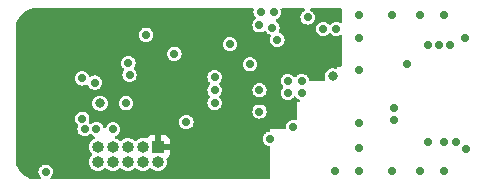
<source format=gbr>
%TF.GenerationSoftware,KiCad,Pcbnew,(6.0.1)*%
%TF.CreationDate,2023-01-10T16:42:07+03:00*%
%TF.ProjectId,STM32RF,53544d33-3252-4462-9e6b-696361645f70,0.1v*%
%TF.SameCoordinates,Original*%
%TF.FileFunction,Copper,L3,Inr*%
%TF.FilePolarity,Positive*%
%FSLAX46Y46*%
G04 Gerber Fmt 4.6, Leading zero omitted, Abs format (unit mm)*
G04 Created by KiCad (PCBNEW (6.0.1)) date 2023-01-10 16:42:07*
%MOMM*%
%LPD*%
G01*
G04 APERTURE LIST*
%TA.AperFunction,ComponentPad*%
%ADD10R,1.000000X1.000000*%
%TD*%
%TA.AperFunction,ComponentPad*%
%ADD11O,1.000000X1.000000*%
%TD*%
%TA.AperFunction,ViaPad*%
%ADD12C,0.800000*%
%TD*%
%TA.AperFunction,ViaPad*%
%ADD13C,0.700000*%
%TD*%
G04 APERTURE END LIST*
D10*
%TO.N,+3V3*%
%TO.C,J3*%
X43200000Y-34200000D03*
D11*
%TO.N,SWDIO*%
X43200000Y-35470000D03*
%TO.N,GND*%
X41930000Y-34200000D03*
%TO.N,SWCLK*%
X41930000Y-35470000D03*
%TO.N,GND*%
X40660000Y-34200000D03*
%TO.N,unconnected-(J3-Pad6)*%
X40660000Y-35470000D03*
%TO.N,unconnected-(J3-Pad7)*%
X39390000Y-34200000D03*
%TO.N,unconnected-(J3-Pad8)*%
X39390000Y-35470000D03*
%TO.N,GND*%
X38120000Y-34200000D03*
%TO.N,NRST*%
X38120000Y-35470000D03*
%TD*%
D12*
%TO.N,+5V*%
X38300000Y-30500000D03*
D13*
%TO.N,+3V3*%
X47500000Y-33100000D03*
%TO.N,GND*%
X69300000Y-34400000D03*
X67387736Y-36199999D03*
X65400000Y-36200000D03*
X63000000Y-36200000D03*
X60200000Y-36200000D03*
X60200000Y-34300000D03*
X60200000Y-32200000D03*
X69200000Y-25000000D03*
X67400000Y-23000000D03*
X65400000Y-23000000D03*
X63000000Y-23000000D03*
X60200000Y-23000000D03*
X60200000Y-25000000D03*
D12*
X58000000Y-28200000D03*
D13*
X52700000Y-33500000D03*
X33700000Y-36300000D03*
X37850000Y-28750000D03*
X51000000Y-27200000D03*
X48000000Y-29400000D03*
X48000000Y-28300000D03*
X55400000Y-29600000D03*
X58200000Y-36200000D03*
X66100000Y-33800000D03*
X38000000Y-32700000D03*
X53320000Y-25120000D03*
X55400000Y-28600000D03*
X64300000Y-27200000D03*
X45612500Y-32087500D03*
X44600000Y-26300000D03*
X60200000Y-27700000D03*
X68400000Y-33800000D03*
X54200000Y-28600000D03*
X37000000Y-32700000D03*
X63200000Y-31900000D03*
X55875000Y-23225000D03*
X40500000Y-30500000D03*
X58300000Y-24200000D03*
X40700000Y-27100000D03*
X66100000Y-25600000D03*
X53000000Y-22800000D03*
X51800000Y-23900000D03*
X57200000Y-24200000D03*
X54200000Y-29600000D03*
X51900000Y-22800000D03*
X48000000Y-30500000D03*
X63200000Y-30900000D03*
X42200000Y-24700000D03*
X67900000Y-25600000D03*
X39400000Y-32700000D03*
X67000000Y-25600000D03*
X36800000Y-31800000D03*
X54660000Y-32500000D03*
X67400000Y-33800000D03*
X40800000Y-28100000D03*
X52900000Y-24100000D03*
%TO.N,+3V3*%
X47300000Y-25900000D03*
X54325000Y-23125000D03*
X44000000Y-28500000D03*
X52000000Y-32500000D03*
X58400000Y-26900000D03*
X51400000Y-26400000D03*
X43000000Y-28500000D03*
%TO.N,NRST*%
X49300000Y-25500000D03*
%TO.N,+5V*%
X36800000Y-28400000D03*
%TO.N,SPI3_SCK*%
X51800000Y-29400000D03*
X51800000Y-31200000D03*
%TD*%
%TA.AperFunction,Conductor*%
%TO.N,+3V3*%
G36*
X51268561Y-22474002D02*
G01*
X51315054Y-22527658D01*
X51325158Y-22597932D01*
X51316850Y-22628215D01*
X51314219Y-22634566D01*
X51314218Y-22634570D01*
X51311060Y-22642194D01*
X51290284Y-22800000D01*
X51311060Y-22957806D01*
X51314218Y-22965430D01*
X51314219Y-22965434D01*
X51354973Y-23063824D01*
X51371970Y-23104858D01*
X51376997Y-23111409D01*
X51376998Y-23111411D01*
X51468866Y-23231134D01*
X51466371Y-23233049D01*
X51493258Y-23282288D01*
X51488193Y-23353103D01*
X51446841Y-23409033D01*
X51368866Y-23468866D01*
X51363840Y-23475416D01*
X51289751Y-23571970D01*
X51271970Y-23595142D01*
X51268810Y-23602772D01*
X51268809Y-23602773D01*
X51214219Y-23734566D01*
X51214218Y-23734570D01*
X51211060Y-23742194D01*
X51190284Y-23900000D01*
X51211060Y-24057806D01*
X51214218Y-24065430D01*
X51214219Y-24065434D01*
X51259776Y-24175419D01*
X51271970Y-24204858D01*
X51276997Y-24211409D01*
X51276998Y-24211411D01*
X51326112Y-24275416D01*
X51368866Y-24331134D01*
X51375416Y-24336160D01*
X51462227Y-24402773D01*
X51495142Y-24428030D01*
X51502772Y-24431190D01*
X51502773Y-24431191D01*
X51634566Y-24485781D01*
X51634570Y-24485782D01*
X51642194Y-24488940D01*
X51800000Y-24509716D01*
X51957806Y-24488940D01*
X51965430Y-24485782D01*
X51965434Y-24485781D01*
X52097227Y-24431191D01*
X52097228Y-24431190D01*
X52104858Y-24428030D01*
X52186115Y-24365679D01*
X52252333Y-24340079D01*
X52321881Y-24354343D01*
X52370464Y-24401223D01*
X52371970Y-24404858D01*
X52468866Y-24531134D01*
X52475416Y-24536160D01*
X52554701Y-24596998D01*
X52595142Y-24628030D01*
X52602772Y-24631190D01*
X52602773Y-24631191D01*
X52712890Y-24676802D01*
X52768172Y-24721350D01*
X52790593Y-24788713D01*
X52781082Y-24841428D01*
X52734219Y-24954566D01*
X52734218Y-24954570D01*
X52731060Y-24962194D01*
X52710284Y-25120000D01*
X52731060Y-25277806D01*
X52734218Y-25285430D01*
X52734219Y-25285434D01*
X52788809Y-25417227D01*
X52791970Y-25424858D01*
X52888866Y-25551134D01*
X53015142Y-25648030D01*
X53022772Y-25651190D01*
X53022773Y-25651191D01*
X53154566Y-25705781D01*
X53154570Y-25705782D01*
X53162194Y-25708940D01*
X53320000Y-25729716D01*
X53477806Y-25708940D01*
X53485430Y-25705782D01*
X53485434Y-25705781D01*
X53617227Y-25651191D01*
X53617228Y-25651190D01*
X53624858Y-25648030D01*
X53751134Y-25551134D01*
X53848030Y-25424858D01*
X53851191Y-25417227D01*
X53905781Y-25285434D01*
X53905782Y-25285430D01*
X53908940Y-25277806D01*
X53929716Y-25120000D01*
X53908940Y-24962194D01*
X53905782Y-24954570D01*
X53905781Y-24954566D01*
X53851191Y-24822773D01*
X53851190Y-24822772D01*
X53848030Y-24815142D01*
X53827925Y-24788940D01*
X53764644Y-24706472D01*
X53751134Y-24688866D01*
X53682447Y-24636160D01*
X53631411Y-24596998D01*
X53631409Y-24596997D01*
X53624858Y-24591970D01*
X53507110Y-24543198D01*
X53451828Y-24498650D01*
X53429407Y-24431287D01*
X53438918Y-24378572D01*
X53485781Y-24265434D01*
X53485782Y-24265430D01*
X53488940Y-24257806D01*
X53509716Y-24100000D01*
X53488940Y-23942194D01*
X53485782Y-23934570D01*
X53485781Y-23934566D01*
X53431191Y-23802773D01*
X53431190Y-23802772D01*
X53428030Y-23795142D01*
X53367992Y-23716899D01*
X53336160Y-23675416D01*
X53331134Y-23668866D01*
X53206595Y-23573303D01*
X53164728Y-23515965D01*
X53160506Y-23445094D01*
X53195270Y-23383191D01*
X53235081Y-23356932D01*
X53297229Y-23331190D01*
X53304858Y-23328030D01*
X53431134Y-23231134D01*
X53485404Y-23160409D01*
X53523002Y-23111411D01*
X53523003Y-23111409D01*
X53528030Y-23104858D01*
X53545027Y-23063824D01*
X53585781Y-22965434D01*
X53585782Y-22965430D01*
X53588940Y-22957806D01*
X53609716Y-22800000D01*
X53588940Y-22642194D01*
X53585782Y-22634570D01*
X53585781Y-22634566D01*
X53583150Y-22628215D01*
X53575563Y-22557625D01*
X53607344Y-22494139D01*
X53668403Y-22457913D01*
X53699560Y-22454000D01*
X55523279Y-22454000D01*
X55591400Y-22474002D01*
X55637893Y-22527658D01*
X55647997Y-22597932D01*
X55618503Y-22662512D01*
X55583722Y-22687596D01*
X55584925Y-22689680D01*
X55577772Y-22693809D01*
X55570142Y-22696970D01*
X55563591Y-22701997D01*
X55563589Y-22701998D01*
X55463304Y-22778950D01*
X55443866Y-22793866D01*
X55438840Y-22800416D01*
X55377419Y-22880461D01*
X55346970Y-22920142D01*
X55343810Y-22927772D01*
X55343809Y-22927773D01*
X55289219Y-23059566D01*
X55289218Y-23059570D01*
X55286060Y-23067194D01*
X55265284Y-23225000D01*
X55286060Y-23382806D01*
X55289218Y-23390430D01*
X55289219Y-23390434D01*
X55330578Y-23490284D01*
X55346970Y-23529858D01*
X55351997Y-23536409D01*
X55351998Y-23536411D01*
X55402920Y-23602773D01*
X55443866Y-23656134D01*
X55463304Y-23671050D01*
X55523056Y-23716899D01*
X55570142Y-23753030D01*
X55577772Y-23756190D01*
X55577773Y-23756191D01*
X55709566Y-23810781D01*
X55709570Y-23810782D01*
X55717194Y-23813940D01*
X55875000Y-23834716D01*
X56032806Y-23813940D01*
X56040430Y-23810782D01*
X56040434Y-23810781D01*
X56172227Y-23756191D01*
X56172228Y-23756190D01*
X56179858Y-23753030D01*
X56226945Y-23716899D01*
X56286696Y-23671050D01*
X56306134Y-23656134D01*
X56347080Y-23602773D01*
X56398002Y-23536411D01*
X56398003Y-23536409D01*
X56403030Y-23529858D01*
X56419422Y-23490284D01*
X56460781Y-23390434D01*
X56460782Y-23390430D01*
X56463940Y-23382806D01*
X56484716Y-23225000D01*
X56463940Y-23067194D01*
X56460782Y-23059570D01*
X56460781Y-23059566D01*
X56406191Y-22927773D01*
X56406190Y-22927772D01*
X56403030Y-22920142D01*
X56372582Y-22880461D01*
X56311160Y-22800416D01*
X56306134Y-22793866D01*
X56286696Y-22778950D01*
X56186411Y-22701998D01*
X56186409Y-22701997D01*
X56179858Y-22696970D01*
X56172228Y-22693809D01*
X56165075Y-22689680D01*
X56166686Y-22686889D01*
X56123215Y-22651851D01*
X56100801Y-22584485D01*
X56118365Y-22515695D01*
X56170332Y-22467322D01*
X56226721Y-22454000D01*
X58674000Y-22454000D01*
X58742121Y-22474002D01*
X58788614Y-22527658D01*
X58800000Y-22580000D01*
X58800000Y-23567642D01*
X58779998Y-23635763D01*
X58726342Y-23682256D01*
X58656068Y-23692360D01*
X58611185Y-23676825D01*
X58604858Y-23671970D01*
X58597227Y-23668809D01*
X58465434Y-23614219D01*
X58465430Y-23614218D01*
X58457806Y-23611060D01*
X58300000Y-23590284D01*
X58142194Y-23611060D01*
X58134570Y-23614218D01*
X58134566Y-23614219D01*
X58002773Y-23668809D01*
X57995142Y-23671970D01*
X57988591Y-23676997D01*
X57988589Y-23676998D01*
X57959069Y-23699650D01*
X57868866Y-23768866D01*
X57863840Y-23775416D01*
X57849962Y-23793502D01*
X57792624Y-23835369D01*
X57721753Y-23839591D01*
X57659850Y-23804827D01*
X57650038Y-23793502D01*
X57636160Y-23775416D01*
X57631134Y-23768866D01*
X57540931Y-23699650D01*
X57511411Y-23676998D01*
X57511409Y-23676997D01*
X57504858Y-23671970D01*
X57497227Y-23668809D01*
X57365434Y-23614219D01*
X57365430Y-23614218D01*
X57357806Y-23611060D01*
X57200000Y-23590284D01*
X57042194Y-23611060D01*
X57034570Y-23614218D01*
X57034566Y-23614219D01*
X56902773Y-23668809D01*
X56895142Y-23671970D01*
X56888591Y-23676997D01*
X56888589Y-23676998D01*
X56859069Y-23699650D01*
X56768866Y-23768866D01*
X56763840Y-23775416D01*
X56748704Y-23795142D01*
X56671970Y-23895142D01*
X56668810Y-23902772D01*
X56668809Y-23902773D01*
X56614219Y-24034566D01*
X56614218Y-24034570D01*
X56611060Y-24042194D01*
X56590284Y-24200000D01*
X56611060Y-24357806D01*
X56614218Y-24365430D01*
X56614219Y-24365434D01*
X56665823Y-24490017D01*
X56671970Y-24504858D01*
X56676997Y-24511409D01*
X56676998Y-24511411D01*
X56738814Y-24591970D01*
X56768866Y-24631134D01*
X56775416Y-24636160D01*
X56886437Y-24721350D01*
X56895142Y-24728030D01*
X56902772Y-24731190D01*
X56902773Y-24731191D01*
X57034566Y-24785781D01*
X57034570Y-24785782D01*
X57042194Y-24788940D01*
X57200000Y-24809716D01*
X57357806Y-24788940D01*
X57365430Y-24785782D01*
X57365434Y-24785781D01*
X57497227Y-24731191D01*
X57497228Y-24731190D01*
X57504858Y-24728030D01*
X57513564Y-24721350D01*
X57624584Y-24636160D01*
X57631134Y-24631134D01*
X57650038Y-24606498D01*
X57707376Y-24564631D01*
X57778247Y-24560409D01*
X57840150Y-24595173D01*
X57849961Y-24606497D01*
X57868866Y-24631134D01*
X57875416Y-24636160D01*
X57986437Y-24721350D01*
X57995142Y-24728030D01*
X58002772Y-24731190D01*
X58002773Y-24731191D01*
X58134566Y-24785781D01*
X58134570Y-24785782D01*
X58142194Y-24788940D01*
X58300000Y-24809716D01*
X58457806Y-24788940D01*
X58465430Y-24785782D01*
X58465434Y-24785781D01*
X58597227Y-24731191D01*
X58597228Y-24731190D01*
X58604858Y-24728030D01*
X58611149Y-24723203D01*
X58679996Y-24706501D01*
X58747087Y-24729722D01*
X58790974Y-24785529D01*
X58800000Y-24832358D01*
X58800000Y-27274000D01*
X58779998Y-27342121D01*
X58726342Y-27388614D01*
X58674000Y-27400000D01*
X58400000Y-27400000D01*
X58400000Y-27464979D01*
X58379998Y-27533100D01*
X58326342Y-27579593D01*
X58256068Y-27589697D01*
X58236495Y-27584601D01*
X58236274Y-27584484D01*
X58229794Y-27582856D01*
X58229762Y-27582848D01*
X58090002Y-27547743D01*
X58082633Y-27545892D01*
X58075034Y-27545852D01*
X58075033Y-27545852D01*
X58009181Y-27545507D01*
X57924221Y-27545062D01*
X57916841Y-27546834D01*
X57916839Y-27546834D01*
X57777563Y-27580271D01*
X57777560Y-27580272D01*
X57770184Y-27582043D01*
X57629414Y-27654700D01*
X57510039Y-27758838D01*
X57418950Y-27888444D01*
X57361406Y-28036037D01*
X57360414Y-28043570D01*
X57360414Y-28043571D01*
X57343057Y-28175416D01*
X57340729Y-28193096D01*
X57346970Y-28249622D01*
X57355338Y-28325416D01*
X57358113Y-28350553D01*
X57360723Y-28357684D01*
X57360723Y-28357686D01*
X57387442Y-28430699D01*
X57392068Y-28501545D01*
X57357658Y-28563645D01*
X57295136Y-28597284D01*
X57269116Y-28600000D01*
X56120215Y-28600000D01*
X56052094Y-28579998D01*
X56005601Y-28526342D01*
X55995293Y-28490447D01*
X55990018Y-28450379D01*
X55990017Y-28450376D01*
X55988940Y-28442194D01*
X55985782Y-28434570D01*
X55985781Y-28434566D01*
X55931191Y-28302773D01*
X55931190Y-28302772D01*
X55928030Y-28295142D01*
X55900039Y-28258663D01*
X55836160Y-28175416D01*
X55831134Y-28168866D01*
X55796375Y-28142194D01*
X55711411Y-28076998D01*
X55711409Y-28076997D01*
X55704858Y-28071970D01*
X55697227Y-28068809D01*
X55565434Y-28014219D01*
X55565430Y-28014218D01*
X55557806Y-28011060D01*
X55400000Y-27990284D01*
X55242194Y-28011060D01*
X55234570Y-28014218D01*
X55234566Y-28014219D01*
X55102773Y-28068809D01*
X55095142Y-28071970D01*
X55088591Y-28076997D01*
X55088589Y-28076998D01*
X55003625Y-28142194D01*
X54968866Y-28168866D01*
X54899962Y-28258663D01*
X54842624Y-28300530D01*
X54771753Y-28304751D01*
X54709850Y-28269986D01*
X54700038Y-28258663D01*
X54631134Y-28168866D01*
X54596375Y-28142194D01*
X54511411Y-28076998D01*
X54511409Y-28076997D01*
X54504858Y-28071970D01*
X54497227Y-28068809D01*
X54365434Y-28014219D01*
X54365430Y-28014218D01*
X54357806Y-28011060D01*
X54200000Y-27990284D01*
X54042194Y-28011060D01*
X54034570Y-28014218D01*
X54034566Y-28014219D01*
X53902773Y-28068809D01*
X53895142Y-28071970D01*
X53888591Y-28076997D01*
X53888589Y-28076998D01*
X53803625Y-28142194D01*
X53768866Y-28168866D01*
X53763840Y-28175416D01*
X53699962Y-28258663D01*
X53671970Y-28295142D01*
X53668810Y-28302772D01*
X53668809Y-28302773D01*
X53614219Y-28434566D01*
X53614218Y-28434570D01*
X53611060Y-28442194D01*
X53590284Y-28600000D01*
X53611060Y-28757806D01*
X53614218Y-28765430D01*
X53614219Y-28765434D01*
X53667990Y-28895249D01*
X53671970Y-28904858D01*
X53762853Y-29023298D01*
X53788453Y-29089515D01*
X53774189Y-29159064D01*
X53762858Y-29176696D01*
X53671970Y-29295142D01*
X53668810Y-29302772D01*
X53668809Y-29302773D01*
X53614219Y-29434566D01*
X53614218Y-29434570D01*
X53611060Y-29442194D01*
X53590284Y-29600000D01*
X53611060Y-29757806D01*
X53614218Y-29765430D01*
X53614219Y-29765434D01*
X53665003Y-29888039D01*
X53671970Y-29904858D01*
X53676997Y-29911409D01*
X53676998Y-29911411D01*
X53728284Y-29978247D01*
X53768866Y-30031134D01*
X53775416Y-30036160D01*
X53798465Y-30053846D01*
X53895142Y-30128030D01*
X53902772Y-30131190D01*
X53902773Y-30131191D01*
X54034566Y-30185781D01*
X54034570Y-30185782D01*
X54042194Y-30188940D01*
X54200000Y-30209716D01*
X54357806Y-30188940D01*
X54365430Y-30185782D01*
X54365434Y-30185781D01*
X54497227Y-30131191D01*
X54497228Y-30131190D01*
X54504858Y-30128030D01*
X54601536Y-30053846D01*
X54624584Y-30036160D01*
X54631134Y-30031134D01*
X54700039Y-29941336D01*
X54757376Y-29899470D01*
X54828247Y-29895249D01*
X54890150Y-29930014D01*
X54899959Y-29941333D01*
X54968866Y-30031134D01*
X54975416Y-30036160D01*
X54998465Y-30053846D01*
X55095142Y-30128030D01*
X55102772Y-30131190D01*
X55102773Y-30131191D01*
X55166510Y-30157591D01*
X55221792Y-30202139D01*
X55244213Y-30269502D01*
X55226655Y-30338293D01*
X55174694Y-30386672D01*
X55118293Y-30400000D01*
X55000000Y-30400000D01*
X55000000Y-31797955D01*
X54979998Y-31866076D01*
X54926342Y-31912569D01*
X54856068Y-31922673D01*
X54825787Y-31914366D01*
X54817806Y-31911060D01*
X54660000Y-31890284D01*
X54502194Y-31911060D01*
X54494570Y-31914218D01*
X54494566Y-31914219D01*
X54362773Y-31968809D01*
X54355142Y-31971970D01*
X54228866Y-32068866D01*
X54223840Y-32075416D01*
X54145893Y-32176998D01*
X54131970Y-32195142D01*
X54128810Y-32202772D01*
X54128809Y-32202773D01*
X54074219Y-32334566D01*
X54074218Y-32334570D01*
X54071060Y-32342194D01*
X54050284Y-32500000D01*
X54051362Y-32508188D01*
X54051362Y-32508189D01*
X54057861Y-32557554D01*
X54046922Y-32627702D01*
X53999794Y-32680801D01*
X53932939Y-32700000D01*
X52700000Y-32700000D01*
X52700000Y-32779785D01*
X52679998Y-32847906D01*
X52626342Y-32894399D01*
X52590447Y-32904707D01*
X52550379Y-32909982D01*
X52550376Y-32909983D01*
X52542194Y-32911060D01*
X52534570Y-32914218D01*
X52534566Y-32914219D01*
X52402773Y-32968809D01*
X52395142Y-32971970D01*
X52388591Y-32976997D01*
X52388589Y-32976998D01*
X52362224Y-32997229D01*
X52268866Y-33068866D01*
X52263840Y-33075416D01*
X52221086Y-33131134D01*
X52171970Y-33195142D01*
X52168810Y-33202772D01*
X52168809Y-33202773D01*
X52114219Y-33334566D01*
X52114218Y-33334570D01*
X52111060Y-33342194D01*
X52090284Y-33500000D01*
X52111060Y-33657806D01*
X52114218Y-33665430D01*
X52114219Y-33665434D01*
X52166803Y-33792383D01*
X52171970Y-33804858D01*
X52176997Y-33811409D01*
X52176998Y-33811411D01*
X52223436Y-33871929D01*
X52268866Y-33931134D01*
X52275416Y-33936160D01*
X52386584Y-34021463D01*
X52395142Y-34028030D01*
X52402772Y-34031190D01*
X52402773Y-34031191D01*
X52534566Y-34085781D01*
X52534570Y-34085782D01*
X52542194Y-34088940D01*
X52550376Y-34090017D01*
X52550379Y-34090018D01*
X52590447Y-34095293D01*
X52655374Y-34124016D01*
X52694465Y-34183281D01*
X52700000Y-34220215D01*
X52700000Y-36820000D01*
X52679998Y-36888121D01*
X52626342Y-36934614D01*
X52574000Y-36946000D01*
X34218934Y-36946000D01*
X34150813Y-36925998D01*
X34104320Y-36872342D01*
X34094216Y-36802068D01*
X34123710Y-36737488D01*
X34125853Y-36735186D01*
X34131134Y-36731134D01*
X34178943Y-36668829D01*
X34223002Y-36611411D01*
X34223003Y-36611409D01*
X34228030Y-36604858D01*
X34263370Y-36519539D01*
X34285781Y-36465434D01*
X34285782Y-36465430D01*
X34288940Y-36457806D01*
X34309716Y-36300000D01*
X34288940Y-36142194D01*
X34285782Y-36134570D01*
X34285781Y-36134566D01*
X34231191Y-36002773D01*
X34231190Y-36002772D01*
X34228030Y-35995142D01*
X34184439Y-35938333D01*
X34136160Y-35875416D01*
X34131134Y-35868866D01*
X34026373Y-35788479D01*
X34011411Y-35776998D01*
X34011409Y-35776997D01*
X34004858Y-35771970D01*
X33997227Y-35768809D01*
X33865434Y-35714219D01*
X33865430Y-35714218D01*
X33857806Y-35711060D01*
X33700000Y-35690284D01*
X33542194Y-35711060D01*
X33534570Y-35714218D01*
X33534566Y-35714219D01*
X33402773Y-35768809D01*
X33395142Y-35771970D01*
X33388591Y-35776997D01*
X33388589Y-35776998D01*
X33373627Y-35788479D01*
X33268866Y-35868866D01*
X33263840Y-35875416D01*
X33215562Y-35938333D01*
X33171970Y-35995142D01*
X33168810Y-36002772D01*
X33168809Y-36002773D01*
X33114219Y-36134566D01*
X33114218Y-36134570D01*
X33111060Y-36142194D01*
X33090284Y-36300000D01*
X33111060Y-36457806D01*
X33114218Y-36465430D01*
X33114219Y-36465434D01*
X33136630Y-36519539D01*
X33171970Y-36604858D01*
X33176997Y-36611409D01*
X33176998Y-36611411D01*
X33221057Y-36668829D01*
X33268866Y-36731134D01*
X33271310Y-36733010D01*
X33304187Y-36793217D01*
X33299122Y-36864032D01*
X33256575Y-36920868D01*
X33190055Y-36945679D01*
X33181066Y-36946000D01*
X32937425Y-36946000D01*
X32912847Y-36943579D01*
X32900000Y-36941024D01*
X32887829Y-36943445D01*
X32875419Y-36943445D01*
X32875419Y-36942802D01*
X32864674Y-36943473D01*
X32660509Y-36928871D01*
X32642715Y-36926313D01*
X32416899Y-36877190D01*
X32399650Y-36872125D01*
X32316852Y-36841243D01*
X32183123Y-36791365D01*
X32166774Y-36783898D01*
X31963951Y-36673148D01*
X31948827Y-36663429D01*
X31879340Y-36611411D01*
X31763824Y-36524937D01*
X31750238Y-36513164D01*
X31586836Y-36349762D01*
X31575063Y-36336176D01*
X31478153Y-36206720D01*
X31436569Y-36151170D01*
X31426852Y-36136049D01*
X31316102Y-35933226D01*
X31308633Y-35916873D01*
X31227875Y-35700350D01*
X31222810Y-35683101D01*
X31173687Y-35457285D01*
X31171129Y-35439491D01*
X31156527Y-35235326D01*
X31157198Y-35224581D01*
X31156555Y-35224581D01*
X31156555Y-35212171D01*
X31158976Y-35200000D01*
X31156421Y-35187153D01*
X31154000Y-35162575D01*
X31154000Y-31800000D01*
X36190284Y-31800000D01*
X36211060Y-31957806D01*
X36214218Y-31965430D01*
X36214219Y-31965434D01*
X36261654Y-32079953D01*
X36271970Y-32104858D01*
X36276997Y-32111409D01*
X36276998Y-32111411D01*
X36336220Y-32188589D01*
X36368866Y-32231134D01*
X36375416Y-32236160D01*
X36421950Y-32271867D01*
X36463817Y-32329205D01*
X36468039Y-32400076D01*
X36461658Y-32420038D01*
X36411060Y-32542194D01*
X36390284Y-32700000D01*
X36411060Y-32857806D01*
X36414218Y-32865430D01*
X36414219Y-32865434D01*
X36460430Y-32976998D01*
X36471970Y-33004858D01*
X36476997Y-33011409D01*
X36476998Y-33011411D01*
X36526112Y-33075416D01*
X36568866Y-33131134D01*
X36575416Y-33136160D01*
X36662227Y-33202773D01*
X36695142Y-33228030D01*
X36702772Y-33231190D01*
X36702773Y-33231191D01*
X36834566Y-33285781D01*
X36834570Y-33285782D01*
X36842194Y-33288940D01*
X37000000Y-33309716D01*
X37157806Y-33288940D01*
X37165430Y-33285782D01*
X37165434Y-33285781D01*
X37297227Y-33231191D01*
X37297228Y-33231190D01*
X37304858Y-33228030D01*
X37423298Y-33137147D01*
X37489515Y-33111547D01*
X37559064Y-33125811D01*
X37576696Y-33137142D01*
X37695142Y-33228030D01*
X37702772Y-33231190D01*
X37702773Y-33231191D01*
X37809689Y-33275476D01*
X37864971Y-33320024D01*
X37887392Y-33387387D01*
X37869834Y-33456178D01*
X37817873Y-33504557D01*
X37805325Y-33509805D01*
X37803384Y-33510718D01*
X37796717Y-33512988D01*
X37790719Y-33516678D01*
X37790717Y-33516679D01*
X37658543Y-33597993D01*
X37658541Y-33597995D01*
X37652544Y-33601684D01*
X37587445Y-33665434D01*
X37544808Y-33707188D01*
X37531605Y-33720117D01*
X37527794Y-33726031D01*
X37527792Y-33726033D01*
X37476993Y-33804858D01*
X37439909Y-33862400D01*
X37437498Y-33869025D01*
X37384425Y-34014840D01*
X37384424Y-34014845D01*
X37382015Y-34021463D01*
X37360800Y-34189399D01*
X37377318Y-34357862D01*
X37430748Y-34518479D01*
X37518435Y-34663267D01*
X37523326Y-34668332D01*
X37523327Y-34668333D01*
X37600142Y-34747877D01*
X37633074Y-34810774D01*
X37626774Y-34881490D01*
X37597663Y-34925427D01*
X37574221Y-34948384D01*
X37531605Y-34990117D01*
X37439909Y-35132400D01*
X37437498Y-35139025D01*
X37384425Y-35284840D01*
X37384424Y-35284845D01*
X37382015Y-35291463D01*
X37360800Y-35459399D01*
X37377318Y-35627862D01*
X37430748Y-35788479D01*
X37434397Y-35794504D01*
X37495346Y-35895142D01*
X37518435Y-35933267D01*
X37523326Y-35938332D01*
X37523327Y-35938333D01*
X37547062Y-35962911D01*
X37636021Y-36055031D01*
X37777660Y-36147717D01*
X37936315Y-36206720D01*
X37943296Y-36207651D01*
X37943298Y-36207652D01*
X38097118Y-36228176D01*
X38097122Y-36228176D01*
X38104099Y-36229107D01*
X38111110Y-36228469D01*
X38111114Y-36228469D01*
X38265652Y-36214405D01*
X38272673Y-36213766D01*
X38433659Y-36161458D01*
X38579056Y-36074784D01*
X38668712Y-35989406D01*
X38731836Y-35956915D01*
X38802507Y-35963708D01*
X38846240Y-35993126D01*
X38906021Y-36055031D01*
X39047660Y-36147717D01*
X39206315Y-36206720D01*
X39213296Y-36207651D01*
X39213298Y-36207652D01*
X39367118Y-36228176D01*
X39367122Y-36228176D01*
X39374099Y-36229107D01*
X39381110Y-36228469D01*
X39381114Y-36228469D01*
X39535652Y-36214405D01*
X39542673Y-36213766D01*
X39703659Y-36161458D01*
X39849056Y-36074784D01*
X39938712Y-35989406D01*
X40001836Y-35956915D01*
X40072507Y-35963708D01*
X40116240Y-35993126D01*
X40176021Y-36055031D01*
X40317660Y-36147717D01*
X40476315Y-36206720D01*
X40483296Y-36207651D01*
X40483298Y-36207652D01*
X40637118Y-36228176D01*
X40637122Y-36228176D01*
X40644099Y-36229107D01*
X40651110Y-36228469D01*
X40651114Y-36228469D01*
X40805652Y-36214405D01*
X40812673Y-36213766D01*
X40973659Y-36161458D01*
X41119056Y-36074784D01*
X41208712Y-35989406D01*
X41271836Y-35956915D01*
X41342507Y-35963708D01*
X41386240Y-35993126D01*
X41446021Y-36055031D01*
X41587660Y-36147717D01*
X41746315Y-36206720D01*
X41753296Y-36207651D01*
X41753298Y-36207652D01*
X41907118Y-36228176D01*
X41907122Y-36228176D01*
X41914099Y-36229107D01*
X41921110Y-36228469D01*
X41921114Y-36228469D01*
X42075652Y-36214405D01*
X42082673Y-36213766D01*
X42243659Y-36161458D01*
X42389056Y-36074784D01*
X42478712Y-35989406D01*
X42541836Y-35956915D01*
X42612507Y-35963708D01*
X42656240Y-35993126D01*
X42716021Y-36055031D01*
X42857660Y-36147717D01*
X43016315Y-36206720D01*
X43023296Y-36207651D01*
X43023298Y-36207652D01*
X43177118Y-36228176D01*
X43177122Y-36228176D01*
X43184099Y-36229107D01*
X43191110Y-36228469D01*
X43191114Y-36228469D01*
X43345652Y-36214405D01*
X43352673Y-36213766D01*
X43513659Y-36161458D01*
X43659056Y-36074784D01*
X43781638Y-35958052D01*
X43785539Y-35952181D01*
X43871410Y-35822935D01*
X43871411Y-35822933D01*
X43875311Y-35817063D01*
X43935420Y-35658824D01*
X43958978Y-35491200D01*
X43959274Y-35470000D01*
X43940406Y-35301784D01*
X43930089Y-35272158D01*
X43926577Y-35201250D01*
X43961958Y-35139698D01*
X43973516Y-35129897D01*
X44055723Y-35068286D01*
X44068285Y-35055724D01*
X44144786Y-34953649D01*
X44153324Y-34938054D01*
X44198478Y-34817606D01*
X44202105Y-34802351D01*
X44207631Y-34751486D01*
X44208000Y-34744672D01*
X44208000Y-34472115D01*
X44203525Y-34456876D01*
X44202135Y-34455671D01*
X44194452Y-34454000D01*
X43072000Y-34454000D01*
X43003879Y-34433998D01*
X42957386Y-34380342D01*
X42946000Y-34328000D01*
X42946000Y-33927885D01*
X43454000Y-33927885D01*
X43458475Y-33943124D01*
X43459865Y-33944329D01*
X43467548Y-33946000D01*
X44189884Y-33946000D01*
X44205123Y-33941525D01*
X44206328Y-33940135D01*
X44207999Y-33932452D01*
X44207999Y-33655331D01*
X44207629Y-33648510D01*
X44202105Y-33597648D01*
X44198479Y-33582396D01*
X44153324Y-33461946D01*
X44144786Y-33446351D01*
X44068285Y-33344276D01*
X44055724Y-33331715D01*
X43953649Y-33255214D01*
X43938054Y-33246676D01*
X43817606Y-33201522D01*
X43802351Y-33197895D01*
X43751486Y-33192369D01*
X43744672Y-33192000D01*
X43472115Y-33192000D01*
X43456876Y-33196475D01*
X43455671Y-33197865D01*
X43454000Y-33205548D01*
X43454000Y-33927885D01*
X42946000Y-33927885D01*
X42946000Y-33210116D01*
X42941525Y-33194877D01*
X42940135Y-33193672D01*
X42932452Y-33192001D01*
X42655331Y-33192001D01*
X42648510Y-33192371D01*
X42597648Y-33197895D01*
X42582396Y-33201521D01*
X42461946Y-33246676D01*
X42446351Y-33255214D01*
X42344276Y-33331715D01*
X42331715Y-33344276D01*
X42270350Y-33426155D01*
X42213491Y-33468670D01*
X42142672Y-33473696D01*
X42127270Y-33469293D01*
X42103381Y-33460787D01*
X42096389Y-33459953D01*
X42096388Y-33459953D01*
X42019341Y-33450766D01*
X41935301Y-33440745D01*
X41928298Y-33441481D01*
X41928297Y-33441481D01*
X41773965Y-33457701D01*
X41773961Y-33457702D01*
X41766957Y-33458438D01*
X41760286Y-33460709D01*
X41613387Y-33510717D01*
X41613384Y-33510718D01*
X41606717Y-33512988D01*
X41600719Y-33516678D01*
X41600717Y-33516679D01*
X41468543Y-33597993D01*
X41468541Y-33597995D01*
X41462544Y-33601684D01*
X41457511Y-33606613D01*
X41382954Y-33679624D01*
X41320289Y-33712994D01*
X41249530Y-33707188D01*
X41205391Y-33678384D01*
X41140726Y-33613266D01*
X41135764Y-33608269D01*
X40992844Y-33517569D01*
X40956302Y-33504557D01*
X40840016Y-33463149D01*
X40840011Y-33463148D01*
X40833381Y-33460787D01*
X40826395Y-33459954D01*
X40826391Y-33459953D01*
X40707287Y-33445751D01*
X40665301Y-33440745D01*
X40658298Y-33441481D01*
X40658297Y-33441481D01*
X40503965Y-33457701D01*
X40503961Y-33457702D01*
X40496957Y-33458438D01*
X40490286Y-33460709D01*
X40343387Y-33510717D01*
X40343384Y-33510718D01*
X40336717Y-33512988D01*
X40330719Y-33516678D01*
X40330717Y-33516679D01*
X40198543Y-33597993D01*
X40198541Y-33597995D01*
X40192544Y-33601684D01*
X40187511Y-33606613D01*
X40112954Y-33679624D01*
X40050289Y-33712994D01*
X39979530Y-33707188D01*
X39935391Y-33678384D01*
X39870726Y-33613266D01*
X39865764Y-33608269D01*
X39722844Y-33517569D01*
X39645707Y-33490102D01*
X39588246Y-33448410D01*
X39562445Y-33382267D01*
X39576500Y-33312675D01*
X39625947Y-33261730D01*
X39639758Y-33254995D01*
X39697229Y-33231190D01*
X39704858Y-33228030D01*
X39737774Y-33202773D01*
X39824584Y-33136160D01*
X39831134Y-33131134D01*
X39873888Y-33075416D01*
X39923002Y-33011411D01*
X39923003Y-33011409D01*
X39928030Y-33004858D01*
X39939570Y-32976998D01*
X39985781Y-32865434D01*
X39985782Y-32865430D01*
X39988940Y-32857806D01*
X40009716Y-32700000D01*
X39988940Y-32542194D01*
X39985782Y-32534569D01*
X39985781Y-32534566D01*
X39931191Y-32402773D01*
X39931190Y-32402771D01*
X39928030Y-32395142D01*
X39920039Y-32384727D01*
X39836160Y-32275416D01*
X39831134Y-32268866D01*
X39704858Y-32171970D01*
X39683364Y-32163067D01*
X39565434Y-32114219D01*
X39565430Y-32114218D01*
X39557806Y-32111060D01*
X39400000Y-32090284D01*
X39242194Y-32111060D01*
X39234570Y-32114218D01*
X39234566Y-32114219D01*
X39116636Y-32163067D01*
X39095142Y-32171970D01*
X38968866Y-32268866D01*
X38963840Y-32275416D01*
X38879962Y-32384727D01*
X38871970Y-32395142D01*
X38823532Y-32512084D01*
X38816409Y-32529281D01*
X38771861Y-32584562D01*
X38704498Y-32606983D01*
X38635707Y-32589425D01*
X38587328Y-32537463D01*
X38583591Y-32529281D01*
X38576468Y-32512084D01*
X38528030Y-32395142D01*
X38520039Y-32384727D01*
X38436160Y-32275416D01*
X38431134Y-32268866D01*
X38304858Y-32171970D01*
X38283364Y-32163067D01*
X38165434Y-32114219D01*
X38165430Y-32114218D01*
X38157806Y-32111060D01*
X38000000Y-32090284D01*
X37842194Y-32111060D01*
X37834570Y-32114218D01*
X37834566Y-32114219D01*
X37716636Y-32163067D01*
X37695142Y-32171970D01*
X37576702Y-32262853D01*
X37510485Y-32288453D01*
X37440936Y-32274189D01*
X37423304Y-32262858D01*
X37378047Y-32228131D01*
X37336182Y-32170795D01*
X37331961Y-32099924D01*
X37335932Y-32087500D01*
X45002784Y-32087500D01*
X45023560Y-32245306D01*
X45026718Y-32252930D01*
X45026719Y-32252934D01*
X45081309Y-32384727D01*
X45084470Y-32392358D01*
X45089497Y-32398909D01*
X45089498Y-32398911D01*
X45160785Y-32491812D01*
X45181366Y-32518634D01*
X45187916Y-32523660D01*
X45273622Y-32589425D01*
X45307642Y-32615530D01*
X45315272Y-32618690D01*
X45315273Y-32618691D01*
X45447066Y-32673281D01*
X45447070Y-32673282D01*
X45454694Y-32676440D01*
X45612500Y-32697216D01*
X45770306Y-32676440D01*
X45777930Y-32673282D01*
X45777934Y-32673281D01*
X45909727Y-32618691D01*
X45909728Y-32618690D01*
X45917358Y-32615530D01*
X45951379Y-32589425D01*
X46037084Y-32523660D01*
X46043634Y-32518634D01*
X46064215Y-32491812D01*
X46135502Y-32398911D01*
X46135503Y-32398909D01*
X46140530Y-32392358D01*
X46143691Y-32384727D01*
X46198281Y-32252934D01*
X46198282Y-32252930D01*
X46201440Y-32245306D01*
X46222216Y-32087500D01*
X46201440Y-31929694D01*
X46198282Y-31922070D01*
X46198281Y-31922066D01*
X46143691Y-31790273D01*
X46143690Y-31790272D01*
X46140530Y-31782642D01*
X46043634Y-31656366D01*
X45917358Y-31559470D01*
X45909727Y-31556309D01*
X45777934Y-31501719D01*
X45777930Y-31501718D01*
X45770306Y-31498560D01*
X45612500Y-31477784D01*
X45454694Y-31498560D01*
X45447070Y-31501718D01*
X45447066Y-31501719D01*
X45315273Y-31556309D01*
X45307642Y-31559470D01*
X45181366Y-31656366D01*
X45084470Y-31782642D01*
X45081310Y-31790272D01*
X45081309Y-31790273D01*
X45026719Y-31922066D01*
X45026718Y-31922070D01*
X45023560Y-31929694D01*
X45002784Y-32087500D01*
X37335932Y-32087500D01*
X37338342Y-32079962D01*
X37388940Y-31957806D01*
X37409716Y-31800000D01*
X37388940Y-31642194D01*
X37385782Y-31634570D01*
X37385781Y-31634566D01*
X37331191Y-31502773D01*
X37331190Y-31502772D01*
X37328030Y-31495142D01*
X37231134Y-31368866D01*
X37104858Y-31271970D01*
X37097227Y-31268809D01*
X36965434Y-31214219D01*
X36965430Y-31214218D01*
X36957806Y-31211060D01*
X36873799Y-31200000D01*
X51190284Y-31200000D01*
X51211060Y-31357806D01*
X51214218Y-31365430D01*
X51214219Y-31365434D01*
X51268809Y-31497227D01*
X51271970Y-31504858D01*
X51368866Y-31631134D01*
X51495142Y-31728030D01*
X51502772Y-31731190D01*
X51502773Y-31731191D01*
X51634566Y-31785781D01*
X51634570Y-31785782D01*
X51642194Y-31788940D01*
X51800000Y-31809716D01*
X51957806Y-31788940D01*
X51965430Y-31785782D01*
X51965434Y-31785781D01*
X52097227Y-31731191D01*
X52097228Y-31731190D01*
X52104858Y-31728030D01*
X52231134Y-31631134D01*
X52328030Y-31504858D01*
X52331191Y-31497227D01*
X52385781Y-31365434D01*
X52385782Y-31365430D01*
X52388940Y-31357806D01*
X52409716Y-31200000D01*
X52388940Y-31042194D01*
X52385782Y-31034570D01*
X52385781Y-31034566D01*
X52331191Y-30902773D01*
X52331190Y-30902772D01*
X52328030Y-30895142D01*
X52231134Y-30768866D01*
X52104858Y-30671970D01*
X52097227Y-30668809D01*
X51965434Y-30614219D01*
X51965430Y-30614218D01*
X51957806Y-30611060D01*
X51800000Y-30590284D01*
X51642194Y-30611060D01*
X51634570Y-30614218D01*
X51634566Y-30614219D01*
X51502773Y-30668809D01*
X51495142Y-30671970D01*
X51368866Y-30768866D01*
X51271970Y-30895142D01*
X51268810Y-30902772D01*
X51268809Y-30902773D01*
X51214219Y-31034566D01*
X51214218Y-31034570D01*
X51211060Y-31042194D01*
X51190284Y-31200000D01*
X36873799Y-31200000D01*
X36800000Y-31190284D01*
X36642194Y-31211060D01*
X36634570Y-31214218D01*
X36634566Y-31214219D01*
X36502773Y-31268809D01*
X36495142Y-31271970D01*
X36368866Y-31368866D01*
X36271970Y-31495142D01*
X36268810Y-31502772D01*
X36268809Y-31502773D01*
X36214219Y-31634566D01*
X36214218Y-31634570D01*
X36211060Y-31642194D01*
X36190284Y-31800000D01*
X31154000Y-31800000D01*
X31154000Y-30493096D01*
X37640729Y-30493096D01*
X37649421Y-30571825D01*
X37654102Y-30614219D01*
X37658113Y-30650553D01*
X37660723Y-30657684D01*
X37660723Y-30657686D01*
X37703806Y-30775416D01*
X37712553Y-30799319D01*
X37800908Y-30930805D01*
X37806527Y-30935918D01*
X37806528Y-30935919D01*
X37911231Y-31031191D01*
X37918076Y-31037419D01*
X38057293Y-31113008D01*
X38210522Y-31153207D01*
X38294477Y-31154526D01*
X38361319Y-31155576D01*
X38361322Y-31155576D01*
X38368916Y-31155695D01*
X38523332Y-31120329D01*
X38593742Y-31084917D01*
X38658072Y-31052563D01*
X38658075Y-31052561D01*
X38664855Y-31049151D01*
X38670626Y-31044222D01*
X38670629Y-31044220D01*
X38779536Y-30951204D01*
X38779536Y-30951203D01*
X38785314Y-30946269D01*
X38877755Y-30817624D01*
X38936842Y-30670641D01*
X38959162Y-30513807D01*
X38959307Y-30500000D01*
X39890284Y-30500000D01*
X39911060Y-30657806D01*
X39914218Y-30665430D01*
X39914219Y-30665434D01*
X39919009Y-30676998D01*
X39971970Y-30804858D01*
X39976997Y-30811409D01*
X39976998Y-30811411D01*
X39986503Y-30823798D01*
X40068866Y-30931134D01*
X40195142Y-31028030D01*
X40202772Y-31031190D01*
X40202773Y-31031191D01*
X40334566Y-31085781D01*
X40334570Y-31085782D01*
X40342194Y-31088940D01*
X40500000Y-31109716D01*
X40657806Y-31088940D01*
X40665430Y-31085782D01*
X40665434Y-31085781D01*
X40797227Y-31031191D01*
X40797228Y-31031190D01*
X40804858Y-31028030D01*
X40931134Y-30931134D01*
X41013497Y-30823798D01*
X41023002Y-30811411D01*
X41023003Y-30811409D01*
X41028030Y-30804858D01*
X41080991Y-30676998D01*
X41085781Y-30665434D01*
X41085782Y-30665430D01*
X41088940Y-30657806D01*
X41109716Y-30500000D01*
X47390284Y-30500000D01*
X47411060Y-30657806D01*
X47414218Y-30665430D01*
X47414219Y-30665434D01*
X47419009Y-30676998D01*
X47471970Y-30804858D01*
X47476997Y-30811409D01*
X47476998Y-30811411D01*
X47486503Y-30823798D01*
X47568866Y-30931134D01*
X47695142Y-31028030D01*
X47702772Y-31031190D01*
X47702773Y-31031191D01*
X47834566Y-31085781D01*
X47834570Y-31085782D01*
X47842194Y-31088940D01*
X48000000Y-31109716D01*
X48157806Y-31088940D01*
X48165430Y-31085782D01*
X48165434Y-31085781D01*
X48297227Y-31031191D01*
X48297228Y-31031190D01*
X48304858Y-31028030D01*
X48431134Y-30931134D01*
X48513497Y-30823798D01*
X48523002Y-30811411D01*
X48523003Y-30811409D01*
X48528030Y-30804858D01*
X48580991Y-30676998D01*
X48585781Y-30665434D01*
X48585782Y-30665430D01*
X48588940Y-30657806D01*
X48609716Y-30500000D01*
X48588940Y-30342194D01*
X48585782Y-30334570D01*
X48585781Y-30334566D01*
X48531191Y-30202773D01*
X48531190Y-30202772D01*
X48528030Y-30195142D01*
X48522891Y-30188444D01*
X48436160Y-30075416D01*
X48431134Y-30068866D01*
X48406498Y-30049962D01*
X48364631Y-29992624D01*
X48360409Y-29921753D01*
X48395173Y-29859850D01*
X48406498Y-29850038D01*
X48410674Y-29846834D01*
X48431134Y-29831134D01*
X48528030Y-29704858D01*
X48540895Y-29673799D01*
X48585781Y-29565434D01*
X48585782Y-29565430D01*
X48588940Y-29557806D01*
X48609716Y-29400000D01*
X51190284Y-29400000D01*
X51211060Y-29557806D01*
X51214218Y-29565430D01*
X51214219Y-29565434D01*
X51259105Y-29673799D01*
X51271970Y-29704858D01*
X51368866Y-29831134D01*
X51375416Y-29836160D01*
X51486962Y-29921753D01*
X51495142Y-29928030D01*
X51502772Y-29931190D01*
X51502773Y-29931191D01*
X51634566Y-29985781D01*
X51634570Y-29985782D01*
X51642194Y-29988940D01*
X51800000Y-30009716D01*
X51957806Y-29988940D01*
X51965430Y-29985782D01*
X51965434Y-29985781D01*
X52097227Y-29931191D01*
X52097228Y-29931190D01*
X52104858Y-29928030D01*
X52113039Y-29921753D01*
X52224584Y-29836160D01*
X52231134Y-29831134D01*
X52328030Y-29704858D01*
X52340895Y-29673799D01*
X52385781Y-29565434D01*
X52385782Y-29565430D01*
X52388940Y-29557806D01*
X52409716Y-29400000D01*
X52388940Y-29242194D01*
X52385782Y-29234570D01*
X52385781Y-29234566D01*
X52331191Y-29102773D01*
X52331190Y-29102772D01*
X52328030Y-29095142D01*
X52278915Y-29031134D01*
X52236160Y-28975416D01*
X52231134Y-28968866D01*
X52182037Y-28931192D01*
X52111411Y-28876998D01*
X52111409Y-28876997D01*
X52104858Y-28871970D01*
X52097227Y-28868809D01*
X51965434Y-28814219D01*
X51965430Y-28814218D01*
X51957806Y-28811060D01*
X51800000Y-28790284D01*
X51642194Y-28811060D01*
X51634570Y-28814218D01*
X51634566Y-28814219D01*
X51502773Y-28868809D01*
X51495142Y-28871970D01*
X51488591Y-28876997D01*
X51488589Y-28876998D01*
X51417963Y-28931192D01*
X51368866Y-28968866D01*
X51363840Y-28975416D01*
X51321086Y-29031134D01*
X51271970Y-29095142D01*
X51268810Y-29102772D01*
X51268809Y-29102773D01*
X51214219Y-29234566D01*
X51214218Y-29234570D01*
X51211060Y-29242194D01*
X51190284Y-29400000D01*
X48609716Y-29400000D01*
X48588940Y-29242194D01*
X48585782Y-29234570D01*
X48585781Y-29234566D01*
X48531191Y-29102773D01*
X48531190Y-29102772D01*
X48528030Y-29095142D01*
X48478915Y-29031134D01*
X48436160Y-28975416D01*
X48431134Y-28968866D01*
X48406498Y-28949962D01*
X48364631Y-28892624D01*
X48360409Y-28821753D01*
X48395173Y-28759850D01*
X48406498Y-28750038D01*
X48424584Y-28736160D01*
X48431134Y-28731134D01*
X48448396Y-28708638D01*
X48523002Y-28611411D01*
X48523003Y-28611409D01*
X48528030Y-28604858D01*
X48545101Y-28563645D01*
X48585781Y-28465434D01*
X48585782Y-28465430D01*
X48588940Y-28457806D01*
X48609716Y-28300000D01*
X48588940Y-28142194D01*
X48585782Y-28134570D01*
X48585781Y-28134566D01*
X48531191Y-28002773D01*
X48531190Y-28002772D01*
X48528030Y-27995142D01*
X48431134Y-27868866D01*
X48411696Y-27853950D01*
X48311411Y-27776998D01*
X48311409Y-27776997D01*
X48304858Y-27771970D01*
X48297227Y-27768809D01*
X48165434Y-27714219D01*
X48165430Y-27714218D01*
X48157806Y-27711060D01*
X48000000Y-27690284D01*
X47842194Y-27711060D01*
X47834570Y-27714218D01*
X47834566Y-27714219D01*
X47702773Y-27768809D01*
X47695142Y-27771970D01*
X47688591Y-27776997D01*
X47688589Y-27776998D01*
X47588304Y-27853950D01*
X47568866Y-27868866D01*
X47471970Y-27995142D01*
X47468810Y-28002772D01*
X47468809Y-28002773D01*
X47414219Y-28134566D01*
X47414218Y-28134570D01*
X47411060Y-28142194D01*
X47390284Y-28300000D01*
X47411060Y-28457806D01*
X47414218Y-28465430D01*
X47414219Y-28465434D01*
X47454899Y-28563645D01*
X47471970Y-28604858D01*
X47476997Y-28611409D01*
X47476998Y-28611411D01*
X47551604Y-28708638D01*
X47568866Y-28731134D01*
X47575416Y-28736160D01*
X47593502Y-28750038D01*
X47635369Y-28807376D01*
X47639591Y-28878247D01*
X47604827Y-28940150D01*
X47593503Y-28949961D01*
X47568866Y-28968866D01*
X47563840Y-28975416D01*
X47521086Y-29031134D01*
X47471970Y-29095142D01*
X47468810Y-29102772D01*
X47468809Y-29102773D01*
X47414219Y-29234566D01*
X47414218Y-29234570D01*
X47411060Y-29242194D01*
X47390284Y-29400000D01*
X47411060Y-29557806D01*
X47414218Y-29565430D01*
X47414219Y-29565434D01*
X47459105Y-29673799D01*
X47471970Y-29704858D01*
X47568866Y-29831134D01*
X47589327Y-29846834D01*
X47593502Y-29850038D01*
X47635369Y-29907376D01*
X47639591Y-29978247D01*
X47604827Y-30040150D01*
X47593503Y-30049961D01*
X47568866Y-30068866D01*
X47563840Y-30075416D01*
X47477110Y-30188444D01*
X47471970Y-30195142D01*
X47468810Y-30202772D01*
X47468809Y-30202773D01*
X47414219Y-30334566D01*
X47414218Y-30334570D01*
X47411060Y-30342194D01*
X47390284Y-30500000D01*
X41109716Y-30500000D01*
X41088940Y-30342194D01*
X41085782Y-30334570D01*
X41085781Y-30334566D01*
X41031191Y-30202773D01*
X41031190Y-30202772D01*
X41028030Y-30195142D01*
X41022891Y-30188444D01*
X40936160Y-30075416D01*
X40931134Y-30068866D01*
X40822857Y-29985781D01*
X40811411Y-29976998D01*
X40811409Y-29976997D01*
X40804858Y-29971970D01*
X40797227Y-29968809D01*
X40665434Y-29914219D01*
X40665430Y-29914218D01*
X40657806Y-29911060D01*
X40500000Y-29890284D01*
X40342194Y-29911060D01*
X40334570Y-29914218D01*
X40334566Y-29914219D01*
X40202773Y-29968809D01*
X40195142Y-29971970D01*
X40188591Y-29976997D01*
X40188589Y-29976998D01*
X40177143Y-29985781D01*
X40068866Y-30068866D01*
X40063840Y-30075416D01*
X39977110Y-30188444D01*
X39971970Y-30195142D01*
X39968810Y-30202772D01*
X39968809Y-30202773D01*
X39914219Y-30334566D01*
X39914218Y-30334570D01*
X39911060Y-30342194D01*
X39890284Y-30500000D01*
X38959307Y-30500000D01*
X38940276Y-30342733D01*
X38884280Y-30194546D01*
X38858882Y-30157591D01*
X38798855Y-30070251D01*
X38798854Y-30070249D01*
X38794553Y-30063992D01*
X38676275Y-29958611D01*
X38668889Y-29954700D01*
X38574754Y-29904858D01*
X38536274Y-29884484D01*
X38382633Y-29845892D01*
X38375034Y-29845852D01*
X38375033Y-29845852D01*
X38309181Y-29845507D01*
X38224221Y-29845062D01*
X38216841Y-29846834D01*
X38216839Y-29846834D01*
X38077563Y-29880271D01*
X38077560Y-29880272D01*
X38070184Y-29882043D01*
X37929414Y-29954700D01*
X37810039Y-30058838D01*
X37718950Y-30188444D01*
X37661406Y-30336037D01*
X37640729Y-30493096D01*
X31154000Y-30493096D01*
X31154000Y-28400000D01*
X36190284Y-28400000D01*
X36211060Y-28557806D01*
X36214218Y-28565430D01*
X36214219Y-28565434D01*
X36265823Y-28690017D01*
X36271970Y-28704858D01*
X36276997Y-28711409D01*
X36276998Y-28711411D01*
X36350636Y-28807376D01*
X36368866Y-28831134D01*
X36375416Y-28836160D01*
X36487520Y-28922181D01*
X36495142Y-28928030D01*
X36502772Y-28931190D01*
X36502773Y-28931191D01*
X36634566Y-28985781D01*
X36634570Y-28985782D01*
X36642194Y-28988940D01*
X36800000Y-29009716D01*
X36957806Y-28988940D01*
X36965430Y-28985782D01*
X36965434Y-28985781D01*
X37097225Y-28931192D01*
X37097227Y-28931191D01*
X37104858Y-28928030D01*
X37111412Y-28923001D01*
X37112832Y-28922181D01*
X37181827Y-28905444D01*
X37248919Y-28928665D01*
X37292240Y-28983083D01*
X37321970Y-29054858D01*
X37326997Y-29061409D01*
X37326998Y-29061411D01*
X37401931Y-29159064D01*
X37418866Y-29181134D01*
X37425416Y-29186160D01*
X37519903Y-29258663D01*
X37545142Y-29278030D01*
X37552772Y-29281190D01*
X37552773Y-29281191D01*
X37684566Y-29335781D01*
X37684570Y-29335782D01*
X37692194Y-29338940D01*
X37850000Y-29359716D01*
X38007806Y-29338940D01*
X38015430Y-29335782D01*
X38015434Y-29335781D01*
X38147227Y-29281191D01*
X38147228Y-29281190D01*
X38154858Y-29278030D01*
X38180098Y-29258663D01*
X38274584Y-29186160D01*
X38281134Y-29181134D01*
X38298069Y-29159064D01*
X38373002Y-29061411D01*
X38373003Y-29061409D01*
X38378030Y-29054858D01*
X38405334Y-28988940D01*
X38435781Y-28915434D01*
X38435782Y-28915430D01*
X38438940Y-28907806D01*
X38459716Y-28750000D01*
X38438940Y-28592194D01*
X38435782Y-28584570D01*
X38435781Y-28584566D01*
X38381191Y-28452773D01*
X38381190Y-28452772D01*
X38378030Y-28445142D01*
X38366948Y-28430699D01*
X38286160Y-28325416D01*
X38281134Y-28318866D01*
X38191880Y-28250378D01*
X38161411Y-28226998D01*
X38161409Y-28226997D01*
X38154858Y-28221970D01*
X38147227Y-28218809D01*
X38015434Y-28164219D01*
X38015430Y-28164218D01*
X38007806Y-28161060D01*
X37850000Y-28140284D01*
X37692194Y-28161060D01*
X37684570Y-28164218D01*
X37684566Y-28164219D01*
X37552775Y-28218808D01*
X37552773Y-28218809D01*
X37545142Y-28221970D01*
X37538588Y-28226999D01*
X37537168Y-28227819D01*
X37468173Y-28244556D01*
X37401081Y-28221335D01*
X37357760Y-28166917D01*
X37331190Y-28102771D01*
X37328030Y-28095142D01*
X37314108Y-28076998D01*
X37236160Y-27975416D01*
X37231134Y-27968866D01*
X37135554Y-27895524D01*
X37111411Y-27876998D01*
X37111409Y-27876997D01*
X37104858Y-27871970D01*
X37097227Y-27868809D01*
X36965434Y-27814219D01*
X36965430Y-27814218D01*
X36957806Y-27811060D01*
X36800000Y-27790284D01*
X36642194Y-27811060D01*
X36634570Y-27814218D01*
X36634566Y-27814219D01*
X36502773Y-27868809D01*
X36495142Y-27871970D01*
X36488591Y-27876997D01*
X36488589Y-27876998D01*
X36464446Y-27895524D01*
X36368866Y-27968866D01*
X36363840Y-27975416D01*
X36285893Y-28076998D01*
X36271970Y-28095142D01*
X36268810Y-28102771D01*
X36268809Y-28102773D01*
X36214219Y-28234566D01*
X36214218Y-28234570D01*
X36211060Y-28242194D01*
X36190284Y-28400000D01*
X31154000Y-28400000D01*
X31154000Y-27100000D01*
X40090284Y-27100000D01*
X40111060Y-27257806D01*
X40114218Y-27265430D01*
X40114219Y-27265434D01*
X40168809Y-27397227D01*
X40171970Y-27404858D01*
X40176997Y-27411409D01*
X40176998Y-27411411D01*
X40253732Y-27511411D01*
X40268866Y-27531134D01*
X40298366Y-27553770D01*
X40340232Y-27611107D01*
X40344453Y-27681978D01*
X40321622Y-27730435D01*
X40285893Y-27776998D01*
X40271970Y-27795142D01*
X40268810Y-27802772D01*
X40268809Y-27802773D01*
X40214219Y-27934566D01*
X40214218Y-27934570D01*
X40211060Y-27942194D01*
X40190284Y-28100000D01*
X40211060Y-28257806D01*
X40214218Y-28265430D01*
X40214219Y-28265434D01*
X40245489Y-28340926D01*
X40271970Y-28404858D01*
X40276997Y-28411409D01*
X40276998Y-28411411D01*
X40294766Y-28434566D01*
X40368866Y-28531134D01*
X40375416Y-28536160D01*
X40469284Y-28608188D01*
X40495142Y-28628030D01*
X40502772Y-28631190D01*
X40502773Y-28631191D01*
X40634566Y-28685781D01*
X40634570Y-28685782D01*
X40642194Y-28688940D01*
X40800000Y-28709716D01*
X40957806Y-28688940D01*
X40965430Y-28685782D01*
X40965434Y-28685781D01*
X41097227Y-28631191D01*
X41097228Y-28631190D01*
X41104858Y-28628030D01*
X41130717Y-28608188D01*
X41224584Y-28536160D01*
X41231134Y-28531134D01*
X41305234Y-28434566D01*
X41323002Y-28411411D01*
X41323003Y-28411409D01*
X41328030Y-28404858D01*
X41354511Y-28340926D01*
X41385781Y-28265434D01*
X41385782Y-28265430D01*
X41388940Y-28257806D01*
X41409716Y-28100000D01*
X41388940Y-27942194D01*
X41385782Y-27934570D01*
X41385781Y-27934566D01*
X41331191Y-27802773D01*
X41331190Y-27802772D01*
X41328030Y-27795142D01*
X41314108Y-27776998D01*
X41236160Y-27675416D01*
X41231134Y-27668866D01*
X41201634Y-27646230D01*
X41159768Y-27588893D01*
X41155547Y-27518022D01*
X41178378Y-27469565D01*
X41223002Y-27411411D01*
X41223003Y-27411409D01*
X41228030Y-27404858D01*
X41231191Y-27397227D01*
X41285781Y-27265434D01*
X41285782Y-27265430D01*
X41288940Y-27257806D01*
X41296550Y-27200000D01*
X50390284Y-27200000D01*
X50411060Y-27357806D01*
X50414218Y-27365430D01*
X50414219Y-27365434D01*
X50455452Y-27464979D01*
X50471970Y-27504858D01*
X50476997Y-27511409D01*
X50476998Y-27511411D01*
X50523467Y-27571970D01*
X50568866Y-27631134D01*
X50695142Y-27728030D01*
X50702772Y-27731190D01*
X50702773Y-27731191D01*
X50834566Y-27785781D01*
X50834570Y-27785782D01*
X50842194Y-27788940D01*
X51000000Y-27809716D01*
X51157806Y-27788940D01*
X51165430Y-27785782D01*
X51165434Y-27785781D01*
X51297227Y-27731191D01*
X51297228Y-27731190D01*
X51304858Y-27728030D01*
X51431134Y-27631134D01*
X51476533Y-27571970D01*
X51523002Y-27511411D01*
X51523003Y-27511409D01*
X51528030Y-27504858D01*
X51544548Y-27464979D01*
X51585781Y-27365434D01*
X51585782Y-27365430D01*
X51588940Y-27357806D01*
X51609716Y-27200000D01*
X51588940Y-27042194D01*
X51585782Y-27034570D01*
X51585781Y-27034566D01*
X51531191Y-26902773D01*
X51531190Y-26902772D01*
X51528030Y-26895142D01*
X51472675Y-26823002D01*
X51436160Y-26775416D01*
X51431134Y-26768866D01*
X51304858Y-26671970D01*
X51297227Y-26668809D01*
X51165434Y-26614219D01*
X51165430Y-26614218D01*
X51157806Y-26611060D01*
X51000000Y-26590284D01*
X50842194Y-26611060D01*
X50834570Y-26614218D01*
X50834566Y-26614219D01*
X50702773Y-26668809D01*
X50695142Y-26671970D01*
X50568866Y-26768866D01*
X50563840Y-26775416D01*
X50527326Y-26823002D01*
X50471970Y-26895142D01*
X50468810Y-26902772D01*
X50468809Y-26902773D01*
X50414219Y-27034566D01*
X50414218Y-27034570D01*
X50411060Y-27042194D01*
X50390284Y-27200000D01*
X41296550Y-27200000D01*
X41309716Y-27100000D01*
X41288940Y-26942194D01*
X41285782Y-26934570D01*
X41285781Y-26934566D01*
X41231191Y-26802773D01*
X41231190Y-26802772D01*
X41228030Y-26795142D01*
X41178915Y-26731134D01*
X41136160Y-26675416D01*
X41131134Y-26668866D01*
X41111696Y-26653950D01*
X41011411Y-26576998D01*
X41011409Y-26576997D01*
X41004858Y-26571970D01*
X40997227Y-26568809D01*
X40865434Y-26514219D01*
X40865430Y-26514218D01*
X40857806Y-26511060D01*
X40700000Y-26490284D01*
X40542194Y-26511060D01*
X40534570Y-26514218D01*
X40534566Y-26514219D01*
X40402773Y-26568809D01*
X40395142Y-26571970D01*
X40388591Y-26576997D01*
X40388589Y-26576998D01*
X40288304Y-26653950D01*
X40268866Y-26668866D01*
X40263840Y-26675416D01*
X40221086Y-26731134D01*
X40171970Y-26795142D01*
X40168810Y-26802772D01*
X40168809Y-26802773D01*
X40114219Y-26934566D01*
X40114218Y-26934570D01*
X40111060Y-26942194D01*
X40090284Y-27100000D01*
X31154000Y-27100000D01*
X31154000Y-26300000D01*
X43990284Y-26300000D01*
X44011060Y-26457806D01*
X44014218Y-26465430D01*
X44014219Y-26465434D01*
X44060430Y-26576998D01*
X44071970Y-26604858D01*
X44076997Y-26611409D01*
X44076998Y-26611411D01*
X44153950Y-26711696D01*
X44168866Y-26731134D01*
X44175416Y-26736160D01*
X44262227Y-26802773D01*
X44295142Y-26828030D01*
X44302772Y-26831190D01*
X44302773Y-26831191D01*
X44434566Y-26885781D01*
X44434570Y-26885782D01*
X44442194Y-26888940D01*
X44600000Y-26909716D01*
X44757806Y-26888940D01*
X44765430Y-26885782D01*
X44765434Y-26885781D01*
X44897227Y-26831191D01*
X44897228Y-26831190D01*
X44904858Y-26828030D01*
X44937774Y-26802773D01*
X45024584Y-26736160D01*
X45031134Y-26731134D01*
X45046050Y-26711696D01*
X45123002Y-26611411D01*
X45123003Y-26611409D01*
X45128030Y-26604858D01*
X45139570Y-26576998D01*
X45185781Y-26465434D01*
X45185782Y-26465430D01*
X45188940Y-26457806D01*
X45209716Y-26300000D01*
X45188940Y-26142194D01*
X45185782Y-26134570D01*
X45185781Y-26134566D01*
X45131191Y-26002773D01*
X45131190Y-26002772D01*
X45128030Y-25995142D01*
X45078915Y-25931134D01*
X45036160Y-25875416D01*
X45031134Y-25868866D01*
X44947718Y-25804858D01*
X44911411Y-25776998D01*
X44911409Y-25776997D01*
X44904858Y-25771970D01*
X44897227Y-25768809D01*
X44765434Y-25714219D01*
X44765430Y-25714218D01*
X44757806Y-25711060D01*
X44600000Y-25690284D01*
X44442194Y-25711060D01*
X44434570Y-25714218D01*
X44434566Y-25714219D01*
X44302773Y-25768809D01*
X44295142Y-25771970D01*
X44288591Y-25776997D01*
X44288589Y-25776998D01*
X44252282Y-25804858D01*
X44168866Y-25868866D01*
X44163840Y-25875416D01*
X44121086Y-25931134D01*
X44071970Y-25995142D01*
X44068810Y-26002772D01*
X44068809Y-26002773D01*
X44014219Y-26134566D01*
X44014218Y-26134570D01*
X44011060Y-26142194D01*
X43990284Y-26300000D01*
X31154000Y-26300000D01*
X31154000Y-25500000D01*
X48690284Y-25500000D01*
X48711060Y-25657806D01*
X48714218Y-25665430D01*
X48714219Y-25665434D01*
X48760430Y-25776998D01*
X48771970Y-25804858D01*
X48776997Y-25811409D01*
X48776998Y-25811411D01*
X48826112Y-25875416D01*
X48868866Y-25931134D01*
X48875416Y-25936160D01*
X48962227Y-26002773D01*
X48995142Y-26028030D01*
X49002772Y-26031190D01*
X49002773Y-26031191D01*
X49134566Y-26085781D01*
X49134570Y-26085782D01*
X49142194Y-26088940D01*
X49300000Y-26109716D01*
X49457806Y-26088940D01*
X49465430Y-26085782D01*
X49465434Y-26085781D01*
X49597227Y-26031191D01*
X49597228Y-26031190D01*
X49604858Y-26028030D01*
X49637774Y-26002773D01*
X49724584Y-25936160D01*
X49731134Y-25931134D01*
X49773888Y-25875416D01*
X49823002Y-25811411D01*
X49823003Y-25811409D01*
X49828030Y-25804858D01*
X49839570Y-25776998D01*
X49885781Y-25665434D01*
X49885782Y-25665430D01*
X49888940Y-25657806D01*
X49909716Y-25500000D01*
X49888940Y-25342194D01*
X49885782Y-25334570D01*
X49885781Y-25334566D01*
X49831191Y-25202773D01*
X49831190Y-25202772D01*
X49828030Y-25195142D01*
X49778915Y-25131134D01*
X49736160Y-25075416D01*
X49731134Y-25068866D01*
X49647718Y-25004858D01*
X49611411Y-24976998D01*
X49611409Y-24976997D01*
X49604858Y-24971970D01*
X49597227Y-24968809D01*
X49465434Y-24914219D01*
X49465430Y-24914218D01*
X49457806Y-24911060D01*
X49300000Y-24890284D01*
X49142194Y-24911060D01*
X49134570Y-24914218D01*
X49134566Y-24914219D01*
X49002773Y-24968809D01*
X48995142Y-24971970D01*
X48988591Y-24976997D01*
X48988589Y-24976998D01*
X48952282Y-25004858D01*
X48868866Y-25068866D01*
X48863840Y-25075416D01*
X48821086Y-25131134D01*
X48771970Y-25195142D01*
X48768810Y-25202772D01*
X48768809Y-25202773D01*
X48714219Y-25334566D01*
X48714218Y-25334570D01*
X48711060Y-25342194D01*
X48690284Y-25500000D01*
X31154000Y-25500000D01*
X31154000Y-24700000D01*
X41590284Y-24700000D01*
X41611060Y-24857806D01*
X41614218Y-24865430D01*
X41614219Y-24865434D01*
X41660430Y-24976998D01*
X41671970Y-25004858D01*
X41676997Y-25011409D01*
X41676998Y-25011411D01*
X41726112Y-25075416D01*
X41768866Y-25131134D01*
X41775416Y-25136160D01*
X41862227Y-25202773D01*
X41895142Y-25228030D01*
X41902772Y-25231190D01*
X41902773Y-25231191D01*
X42034566Y-25285781D01*
X42034570Y-25285782D01*
X42042194Y-25288940D01*
X42200000Y-25309716D01*
X42357806Y-25288940D01*
X42365430Y-25285782D01*
X42365434Y-25285781D01*
X42497227Y-25231191D01*
X42497228Y-25231190D01*
X42504858Y-25228030D01*
X42537774Y-25202773D01*
X42624584Y-25136160D01*
X42631134Y-25131134D01*
X42673888Y-25075416D01*
X42723002Y-25011411D01*
X42723003Y-25011409D01*
X42728030Y-25004858D01*
X42739570Y-24976998D01*
X42785781Y-24865434D01*
X42785782Y-24865430D01*
X42788940Y-24857806D01*
X42809716Y-24700000D01*
X42788940Y-24542194D01*
X42785782Y-24534570D01*
X42785781Y-24534566D01*
X42731191Y-24402773D01*
X42731190Y-24402772D01*
X42728030Y-24395142D01*
X42715316Y-24378572D01*
X42636160Y-24275416D01*
X42631134Y-24268866D01*
X42582424Y-24231489D01*
X42511411Y-24176998D01*
X42511409Y-24176997D01*
X42504858Y-24171970D01*
X42487244Y-24164674D01*
X42365434Y-24114219D01*
X42365430Y-24114218D01*
X42357806Y-24111060D01*
X42200000Y-24090284D01*
X42042194Y-24111060D01*
X42034570Y-24114218D01*
X42034566Y-24114219D01*
X41912756Y-24164674D01*
X41895142Y-24171970D01*
X41888591Y-24176997D01*
X41888589Y-24176998D01*
X41817576Y-24231489D01*
X41768866Y-24268866D01*
X41763840Y-24275416D01*
X41684685Y-24378572D01*
X41671970Y-24395142D01*
X41668810Y-24402772D01*
X41668809Y-24402773D01*
X41614219Y-24534566D01*
X41614218Y-24534570D01*
X41611060Y-24542194D01*
X41590284Y-24700000D01*
X31154000Y-24700000D01*
X31154000Y-24237425D01*
X31156421Y-24212844D01*
X31156555Y-24212170D01*
X31158976Y-24200000D01*
X31156555Y-24187829D01*
X31156555Y-24175419D01*
X31157198Y-24175419D01*
X31156527Y-24164674D01*
X31171129Y-23960509D01*
X31173687Y-23942715D01*
X31222810Y-23716899D01*
X31227875Y-23699650D01*
X31273622Y-23576996D01*
X31308635Y-23483123D01*
X31316102Y-23466774D01*
X31426852Y-23263951D01*
X31436571Y-23248827D01*
X31446054Y-23236160D01*
X31575063Y-23063824D01*
X31586836Y-23050238D01*
X31750238Y-22886836D01*
X31763824Y-22875063D01*
X31853158Y-22808188D01*
X31948830Y-22736569D01*
X31963951Y-22726852D01*
X32166774Y-22616102D01*
X32183123Y-22608635D01*
X32319886Y-22557625D01*
X32399650Y-22527875D01*
X32416899Y-22522810D01*
X32642715Y-22473687D01*
X32660509Y-22471129D01*
X32864674Y-22456527D01*
X32875419Y-22457198D01*
X32875419Y-22456555D01*
X32887829Y-22456555D01*
X32900000Y-22458976D01*
X32912847Y-22456421D01*
X32937425Y-22454000D01*
X51200440Y-22454000D01*
X51268561Y-22474002D01*
G37*
%TD.AperFunction*%
%TD*%
M02*

</source>
